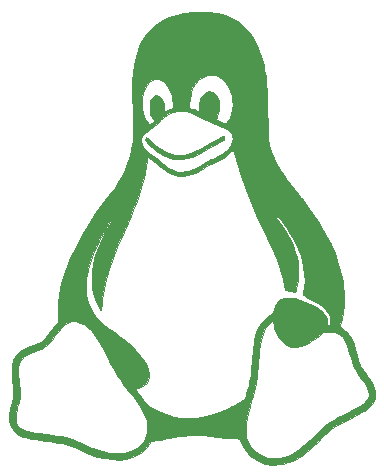
<source format=gbr>
G04 #@! TF.GenerationSoftware,KiCad,Pcbnew,(5.1.5)-3*
G04 #@! TF.CreationDate,2020-04-16T17:00:03+04:00*
G04 #@! TF.ProjectId,drawing,64726177-696e-4672-9e6b-696361645f70,rev?*
G04 #@! TF.SameCoordinates,Original*
G04 #@! TF.FileFunction,Legend,Top*
G04 #@! TF.FilePolarity,Positive*
%FSLAX46Y46*%
G04 Gerber Fmt 4.6, Leading zero omitted, Abs format (unit mm)*
G04 Created by KiCad (PCBNEW (5.1.5)-3) date 2020-04-16 17:00:03*
%MOMM*%
%LPD*%
G04 APERTURE LIST*
%ADD10C,0.010000*%
G04 APERTURE END LIST*
D10*
G36*
X110323467Y-67074493D02*
G01*
X110908213Y-67150641D01*
X111444008Y-67271753D01*
X111642401Y-67332940D01*
X112213394Y-67565667D01*
X112733303Y-67863688D01*
X113202697Y-68227708D01*
X113622142Y-68658430D01*
X113992207Y-69156559D01*
X114313458Y-69722798D01*
X114586462Y-70357850D01*
X114811788Y-71062420D01*
X114887274Y-71357914D01*
X114956094Y-71661155D01*
X115015787Y-71960313D01*
X115067117Y-72264404D01*
X115110844Y-72582445D01*
X115147730Y-72923452D01*
X115178537Y-73296441D01*
X115204025Y-73710429D01*
X115224957Y-74174432D01*
X115242094Y-74697466D01*
X115256197Y-75288548D01*
X115266273Y-75845247D01*
X115273911Y-76313556D01*
X115280772Y-76705796D01*
X115287351Y-77030554D01*
X115294143Y-77296418D01*
X115301644Y-77511975D01*
X115310347Y-77685814D01*
X115320748Y-77826521D01*
X115333342Y-77942685D01*
X115348624Y-78042893D01*
X115367089Y-78135733D01*
X115389231Y-78229792D01*
X115407995Y-78304131D01*
X115494515Y-78616895D01*
X115593171Y-78919190D01*
X115707968Y-79217651D01*
X115842910Y-79518918D01*
X116002003Y-79829628D01*
X116189252Y-80156417D01*
X116408662Y-80505924D01*
X116664238Y-80884785D01*
X116959986Y-81299639D01*
X117299910Y-81757122D01*
X117688016Y-82263873D01*
X118128309Y-82826528D01*
X118164663Y-82872580D01*
X118880991Y-83822824D01*
X119515944Y-84757367D01*
X120070813Y-85678813D01*
X120546887Y-86589770D01*
X120945457Y-87492842D01*
X121267811Y-88390637D01*
X121515239Y-89285760D01*
X121642366Y-89899914D01*
X121677831Y-90156677D01*
X121705656Y-90474757D01*
X121725217Y-90831093D01*
X121735888Y-91202626D01*
X121737046Y-91566295D01*
X121728066Y-91899043D01*
X121708323Y-92177808D01*
X121704919Y-92209004D01*
X121652005Y-92586537D01*
X121580605Y-92974973D01*
X121497717Y-93339116D01*
X121435260Y-93565162D01*
X121376341Y-93759077D01*
X121567751Y-93860620D01*
X121701304Y-93944319D01*
X121857829Y-94060812D01*
X121984883Y-94168460D01*
X122128949Y-94317712D01*
X122255966Y-94490800D01*
X122370741Y-94698494D01*
X122478076Y-94951559D01*
X122582777Y-95260763D01*
X122689649Y-95636874D01*
X122756373Y-95897359D01*
X122826018Y-96168025D01*
X122896811Y-96425834D01*
X122963709Y-96653661D01*
X123021675Y-96834386D01*
X123065668Y-96950884D01*
X123067862Y-96955692D01*
X123137716Y-97080611D01*
X123246939Y-97246572D01*
X123379655Y-97430458D01*
X123498937Y-97583414D01*
X123797117Y-97972794D01*
X124028105Y-98325879D01*
X124196175Y-98651773D01*
X124305601Y-98959580D01*
X124360659Y-99258403D01*
X124369373Y-99437423D01*
X124363151Y-99632387D01*
X124339023Y-99782608D01*
X124288730Y-99927458D01*
X124247651Y-100017580D01*
X124084677Y-100279369D01*
X123854321Y-100536131D01*
X123572940Y-100770357D01*
X123491774Y-100826513D01*
X123391762Y-100887465D01*
X123229892Y-100979629D01*
X123019660Y-101095614D01*
X122774564Y-101228031D01*
X122508098Y-101369489D01*
X122327607Y-101463941D01*
X121878583Y-101699531D01*
X121496903Y-101905000D01*
X121173385Y-102086442D01*
X120898842Y-102249950D01*
X120664090Y-102401619D01*
X120459945Y-102547542D01*
X120277221Y-102693815D01*
X120106734Y-102846531D01*
X119939299Y-103011785D01*
X119843140Y-103112398D01*
X119515130Y-103458225D01*
X119232558Y-103748189D01*
X118985785Y-103990730D01*
X118765172Y-104194289D01*
X118561079Y-104367304D01*
X118363866Y-104518217D01*
X118163896Y-104655468D01*
X117951527Y-104787496D01*
X117885660Y-104826354D01*
X117447517Y-105057077D01*
X117026569Y-105222384D01*
X116597001Y-105329791D01*
X116133002Y-105386812D01*
X115923907Y-105397469D01*
X115668564Y-105403216D01*
X115473483Y-105399776D01*
X115314580Y-105385353D01*
X115167775Y-105358154D01*
X115071850Y-105333973D01*
X114620072Y-105170938D01*
X114200063Y-104938957D01*
X113825689Y-104647279D01*
X113510818Y-104305151D01*
X113491912Y-104280282D01*
X113363225Y-104093190D01*
X113234210Y-103878914D01*
X113117350Y-103660846D01*
X113025129Y-103462378D01*
X112970030Y-103306902D01*
X112967929Y-103298414D01*
X112955178Y-103254948D01*
X112931796Y-103225151D01*
X112883480Y-103206144D01*
X112795923Y-103195049D01*
X112654818Y-103188986D01*
X112445862Y-103185079D01*
X112401318Y-103184403D01*
X112209882Y-103180533D01*
X112033668Y-103174212D01*
X111859656Y-103164153D01*
X111674825Y-103149071D01*
X111466154Y-103127680D01*
X111220624Y-103098693D01*
X110925214Y-103060825D01*
X110566904Y-103012790D01*
X110314740Y-102978339D01*
X109984320Y-102936105D01*
X109682573Y-102905603D01*
X109397398Y-102887549D01*
X109116696Y-102882659D01*
X108828363Y-102891649D01*
X108520301Y-102915234D01*
X108180408Y-102954129D01*
X107796583Y-103009050D01*
X107356724Y-103080713D01*
X106848732Y-103169834D01*
X106737574Y-103189873D01*
X106466123Y-103237932D01*
X106204013Y-103282439D01*
X105970100Y-103320333D01*
X105783239Y-103348551D01*
X105669238Y-103363320D01*
X105405236Y-103391258D01*
X105258280Y-103633173D01*
X104978634Y-104018035D01*
X104646133Y-104338027D01*
X104259407Y-104594035D01*
X103817088Y-104786946D01*
X103317809Y-104917647D01*
X103259967Y-104928157D01*
X102706883Y-104985823D01*
X102125768Y-104970279D01*
X101514503Y-104881100D01*
X100870972Y-104717857D01*
X100193054Y-104480126D01*
X99478632Y-104167480D01*
X99477407Y-104166894D01*
X99180861Y-104028167D01*
X98914146Y-103911476D01*
X98663998Y-103813360D01*
X98417155Y-103730355D01*
X98160356Y-103659001D01*
X97880338Y-103595835D01*
X97563839Y-103537395D01*
X97197596Y-103480220D01*
X96768347Y-103420847D01*
X96471740Y-103382307D01*
X95996956Y-103319639D01*
X95596775Y-103261801D01*
X95261440Y-103206401D01*
X94981196Y-103151043D01*
X94746289Y-103093333D01*
X94546961Y-103030876D01*
X94373459Y-102961278D01*
X94216026Y-102882144D01*
X94066068Y-102791831D01*
X93799799Y-102573074D01*
X93600569Y-102304138D01*
X93468324Y-101984710D01*
X93403016Y-101614473D01*
X93403166Y-101574270D01*
X93941404Y-101574270D01*
X93981091Y-101819412D01*
X94068714Y-102021696D01*
X94209419Y-102197612D01*
X94244416Y-102231114D01*
X94354344Y-102322242D01*
X94477788Y-102401608D01*
X94623419Y-102471471D01*
X94799907Y-102534091D01*
X95015922Y-102591728D01*
X95280135Y-102646641D01*
X95601217Y-102701090D01*
X95987837Y-102757334D01*
X96448666Y-102817634D01*
X96537796Y-102828797D01*
X97032356Y-102892882D01*
X97455951Y-102954228D01*
X97822061Y-103016255D01*
X98144162Y-103082386D01*
X98435733Y-103156042D01*
X98710252Y-103240643D01*
X98981198Y-103339611D01*
X99262047Y-103456367D01*
X99566278Y-103594333D01*
X99581219Y-103601322D01*
X100010733Y-103798349D01*
X100382057Y-103958698D01*
X100710489Y-104087736D01*
X101011328Y-104190829D01*
X101299873Y-104273344D01*
X101591423Y-104340648D01*
X101805740Y-104381627D01*
X102037328Y-104409462D01*
X102316639Y-104422660D01*
X102618281Y-104421944D01*
X102916863Y-104408039D01*
X103186993Y-104381666D01*
X103403281Y-104343550D01*
X103435574Y-104335211D01*
X103866450Y-104178897D01*
X104236845Y-103965878D01*
X104544525Y-103698401D01*
X104787258Y-103378715D01*
X104962812Y-103009068D01*
X105046392Y-102713099D01*
X105075750Y-102537551D01*
X113413028Y-102537551D01*
X113433495Y-102812742D01*
X113481909Y-103063840D01*
X113557696Y-103298604D01*
X113645949Y-103496597D01*
X113888948Y-103900718D01*
X114179485Y-104235310D01*
X114520374Y-104502735D01*
X114914427Y-104705353D01*
X115204240Y-104804513D01*
X115418836Y-104842813D01*
X115688655Y-104857259D01*
X115988110Y-104849253D01*
X116291612Y-104820200D01*
X116573574Y-104771502D01*
X116768230Y-104718745D01*
X117337139Y-104484477D01*
X117883444Y-104171310D01*
X118400970Y-103783403D01*
X118883540Y-103324915D01*
X118958154Y-103244117D01*
X119260820Y-102915799D01*
X119534638Y-102633154D01*
X119791989Y-102387060D01*
X120045255Y-102168394D01*
X120306816Y-101968035D01*
X120589055Y-101776861D01*
X120904352Y-101585750D01*
X121265088Y-101385579D01*
X121683646Y-101167227D01*
X121980974Y-101017038D01*
X122420300Y-100792245D01*
X122786950Y-100593205D01*
X123087242Y-100415198D01*
X123327491Y-100253504D01*
X123514015Y-100103403D01*
X123653131Y-99960176D01*
X123751155Y-99819103D01*
X123814404Y-99675462D01*
X123825460Y-99638827D01*
X123845706Y-99414337D01*
X123794968Y-99148619D01*
X123674532Y-98844553D01*
X123485683Y-98505018D01*
X123229709Y-98132892D01*
X123049092Y-97900914D01*
X122816570Y-97593032D01*
X122637392Y-97302174D01*
X122498083Y-97000650D01*
X122385166Y-96660772D01*
X122317630Y-96398080D01*
X122213468Y-95968704D01*
X122119493Y-95613501D01*
X122031774Y-95323162D01*
X121946379Y-95088378D01*
X121859376Y-94899843D01*
X121766835Y-94748246D01*
X121664824Y-94624279D01*
X121549410Y-94518634D01*
X121511237Y-94488860D01*
X121324457Y-94363013D01*
X121137694Y-94274333D01*
X120928072Y-94215756D01*
X120672712Y-94180216D01*
X120465032Y-94165795D01*
X120010824Y-94142506D01*
X119717964Y-94418776D01*
X119378112Y-94700664D01*
X118987015Y-94960455D01*
X118578086Y-95177103D01*
X118379609Y-95261802D01*
X118032316Y-95366873D01*
X117679369Y-95418604D01*
X117341970Y-95415852D01*
X117041318Y-95357471D01*
X116982552Y-95337177D01*
X116718754Y-95195189D01*
X116471434Y-94980263D01*
X116249035Y-94703742D01*
X116060005Y-94376975D01*
X115912787Y-94011306D01*
X115860596Y-93829845D01*
X115820279Y-93653053D01*
X115790445Y-93490282D01*
X115776715Y-93372870D01*
X115776390Y-93360664D01*
X115764981Y-93267001D01*
X115738065Y-93223470D01*
X115734993Y-93223080D01*
X115660081Y-93254235D01*
X115550265Y-93337160D01*
X115421643Y-93456044D01*
X115290314Y-93595079D01*
X115172379Y-93738455D01*
X115094778Y-93851781D01*
X114975878Y-94071022D01*
X114872150Y-94311513D01*
X114781965Y-94581427D01*
X114703697Y-94888934D01*
X114635718Y-95242206D01*
X114576401Y-95649416D01*
X114524119Y-96118734D01*
X114477244Y-96658333D01*
X114444414Y-97117747D01*
X114420118Y-97454681D01*
X114393204Y-97752305D01*
X114360774Y-98025927D01*
X114319934Y-98290855D01*
X114267787Y-98562397D01*
X114201437Y-98855860D01*
X114117989Y-99186553D01*
X114014547Y-99569784D01*
X113909366Y-99946044D01*
X113750059Y-100528699D01*
X113622152Y-101040715D01*
X113525071Y-101489851D01*
X113458241Y-101883864D01*
X113421085Y-102230511D01*
X113413028Y-102537551D01*
X105075750Y-102537551D01*
X105090074Y-102451907D01*
X105105823Y-102198386D01*
X105090639Y-101945789D01*
X105041518Y-101687366D01*
X104955461Y-101416371D01*
X104829465Y-101126054D01*
X104660528Y-100809667D01*
X104445650Y-100460462D01*
X104181828Y-100071691D01*
X103866062Y-99636605D01*
X103495349Y-99148456D01*
X103414386Y-99043914D01*
X103153223Y-98706188D01*
X102935895Y-98420232D01*
X102753369Y-98171687D01*
X102596612Y-97946192D01*
X102456588Y-97729387D01*
X102324266Y-97506913D01*
X102190611Y-97264408D01*
X102046588Y-96987513D01*
X101883165Y-96661867D01*
X101763240Y-96419247D01*
X101504491Y-95904244D01*
X101270145Y-95460348D01*
X101055150Y-95079288D01*
X100854456Y-94752794D01*
X100663009Y-94472596D01*
X100475758Y-94230422D01*
X100312894Y-94044828D01*
X100011343Y-93752734D01*
X99718682Y-93535737D01*
X99424126Y-93386584D01*
X99246760Y-93327923D01*
X98980424Y-93276128D01*
X98733413Y-93274351D01*
X98498355Y-93326886D01*
X98267875Y-93438025D01*
X98034601Y-93612059D01*
X97791160Y-93853281D01*
X97530178Y-94165983D01*
X97317959Y-94450747D01*
X97045892Y-94811243D01*
X96800796Y-95096661D01*
X96579061Y-95310874D01*
X96381723Y-95454988D01*
X96255193Y-95521670D01*
X96071993Y-95606502D01*
X95855234Y-95699283D01*
X95628024Y-95789809D01*
X95594001Y-95802740D01*
X95378776Y-95885286D01*
X95181112Y-95963504D01*
X95020070Y-96029684D01*
X94914710Y-96076117D01*
X94899546Y-96083611D01*
X94687661Y-96228187D01*
X94485419Y-96428139D01*
X94318509Y-96655713D01*
X94249609Y-96785850D01*
X94193013Y-96922775D01*
X94158572Y-97044092D01*
X94141325Y-97179059D01*
X94136309Y-97356932D01*
X94136661Y-97451936D01*
X94144993Y-97658029D01*
X94165041Y-97914095D01*
X94193748Y-98186740D01*
X94226165Y-98430080D01*
X94259631Y-98681081D01*
X94286977Y-98940777D01*
X94305366Y-99178360D01*
X94311961Y-99361414D01*
X94310118Y-99506187D01*
X94302542Y-99633108D01*
X94285860Y-99759257D01*
X94256699Y-99901712D01*
X94211686Y-100077555D01*
X94147449Y-100303863D01*
X94082074Y-100525580D01*
X94024731Y-100753154D01*
X93976762Y-101006132D01*
X93947107Y-101236148D01*
X93944510Y-101269781D01*
X93941404Y-101574270D01*
X93403166Y-101574270D01*
X93404594Y-101193113D01*
X93473007Y-100720316D01*
X93608204Y-100195766D01*
X93635210Y-100109571D01*
X93698363Y-99886621D01*
X93739608Y-99670158D01*
X93759319Y-99443564D01*
X93757873Y-99190220D01*
X93735643Y-98893507D01*
X93693003Y-98536807D01*
X93673794Y-98398002D01*
X93623821Y-97981485D01*
X93600937Y-97616660D01*
X93602091Y-97306668D01*
X93612427Y-97087990D01*
X93628384Y-96927597D01*
X93655239Y-96799107D01*
X93698271Y-96676140D01*
X93752791Y-96553515D01*
X93912712Y-96261171D01*
X94102023Y-96015615D01*
X94333182Y-95806412D01*
X94618647Y-95623129D01*
X94970876Y-95455329D01*
X95148864Y-95384231D01*
X95525553Y-95235597D01*
X95827294Y-95105318D01*
X96061030Y-94990242D01*
X96210788Y-94902443D01*
X96283634Y-94837857D01*
X96394155Y-94718423D01*
X96530481Y-94557947D01*
X96680743Y-94370238D01*
X96781077Y-94239080D01*
X96938022Y-94032536D01*
X97091405Y-93835134D01*
X97228199Y-93663325D01*
X97335380Y-93533559D01*
X97379194Y-93483660D01*
X97548237Y-93299740D01*
X97552506Y-92298327D01*
X97554756Y-91965244D01*
X97559186Y-91699529D01*
X97567074Y-91483885D01*
X97579702Y-91301018D01*
X97598351Y-91133632D01*
X97624300Y-90964432D01*
X97658830Y-90776123D01*
X97669122Y-90723174D01*
X97739892Y-90425290D01*
X99895384Y-90425290D01*
X99895392Y-90429080D01*
X99899181Y-90699702D01*
X99911354Y-90915041D01*
X99935121Y-91104323D01*
X99973694Y-91296774D01*
X100004675Y-91423553D01*
X100133380Y-91848822D01*
X100295485Y-92234247D01*
X100498580Y-92589440D01*
X100750257Y-92924014D01*
X101058106Y-93247581D01*
X101429718Y-93569752D01*
X101872683Y-93900139D01*
X102064717Y-94032146D01*
X102729350Y-94500708D01*
X103312956Y-94956219D01*
X103817786Y-95400924D01*
X104246087Y-95837064D01*
X104600107Y-96266884D01*
X104882095Y-96692625D01*
X105045521Y-97005949D01*
X105181564Y-97368772D01*
X105245510Y-97705513D01*
X105239609Y-98010854D01*
X105166110Y-98279478D01*
X105027263Y-98506067D01*
X104825317Y-98685305D01*
X104562521Y-98811873D01*
X104253123Y-98879117D01*
X104012339Y-98906785D01*
X104320265Y-99314016D01*
X104467363Y-99511991D01*
X104619828Y-99722905D01*
X104756462Y-99917168D01*
X104831264Y-100027292D01*
X104960095Y-100206736D01*
X105084780Y-100339519D01*
X105236385Y-100455977D01*
X105335621Y-100519814D01*
X105982962Y-100872584D01*
X106653230Y-101144608D01*
X107343129Y-101335124D01*
X108049360Y-101443368D01*
X108768625Y-101468577D01*
X109291749Y-101434987D01*
X110024347Y-101321982D01*
X110740787Y-101137354D01*
X111453679Y-100877295D01*
X112050407Y-100602092D01*
X112295426Y-100474567D01*
X112547469Y-100336163D01*
X112781579Y-100201041D01*
X112972803Y-100083363D01*
X113024074Y-100049532D01*
X113186119Y-99938497D01*
X113293332Y-99856689D01*
X113361003Y-99785883D01*
X113404421Y-99707858D01*
X113438875Y-99604389D01*
X113459349Y-99530747D01*
X113573599Y-99106618D01*
X113665561Y-98743903D01*
X113738454Y-98423282D01*
X113795496Y-98125436D01*
X113839906Y-97831045D01*
X113874904Y-97520789D01*
X113903706Y-97175350D01*
X113929533Y-96775406D01*
X113935415Y-96673247D01*
X113962248Y-96307154D01*
X114001373Y-95919477D01*
X114049927Y-95530887D01*
X114105043Y-95162058D01*
X114163859Y-94833660D01*
X114223508Y-94566367D01*
X114231651Y-94535414D01*
X114396950Y-94038810D01*
X114606962Y-93607912D01*
X114859922Y-93245271D01*
X115154065Y-92953438D01*
X115471500Y-92743337D01*
X115760129Y-92591667D01*
X115808645Y-92330788D01*
X115906739Y-91989267D01*
X116062316Y-91708850D01*
X116274714Y-91490538D01*
X116431907Y-91388286D01*
X116516437Y-91348333D01*
X116606651Y-91321976D01*
X116722268Y-91306598D01*
X116883008Y-91299578D01*
X117108589Y-91298296D01*
X117109240Y-91298298D01*
X117338830Y-91301030D01*
X117512231Y-91310688D01*
X117657884Y-91331648D01*
X117804230Y-91368289D01*
X117979708Y-91424985D01*
X118018026Y-91438157D01*
X118465472Y-91608966D01*
X118883249Y-91800143D01*
X119262723Y-92005998D01*
X119595256Y-92220842D01*
X119872212Y-92438983D01*
X120084954Y-92654731D01*
X120224847Y-92862395D01*
X120244441Y-92905116D01*
X120277142Y-93026817D01*
X120299269Y-93192301D01*
X120305407Y-93327554D01*
X120305407Y-93604080D01*
X120429813Y-93604080D01*
X120507062Y-93596725D01*
X120549071Y-93559691D01*
X120573622Y-93470519D01*
X120583281Y-93410279D01*
X120593579Y-93107684D01*
X120530826Y-92815243D01*
X120393276Y-92530926D01*
X120179184Y-92252700D01*
X119886801Y-91978534D01*
X119514382Y-91706397D01*
X119060179Y-91434257D01*
X118739894Y-91266221D01*
X118565476Y-91178993D01*
X118421652Y-91107511D01*
X118323544Y-91059259D01*
X118286329Y-91041725D01*
X118289689Y-91004334D01*
X118308039Y-90912166D01*
X118317003Y-90872392D01*
X118396719Y-90377359D01*
X118421110Y-89834780D01*
X118391751Y-89259803D01*
X118310218Y-88667574D01*
X118178086Y-88073244D01*
X117996933Y-87491959D01*
X117952971Y-87373388D01*
X117748214Y-86891886D01*
X117493450Y-86381273D01*
X117203178Y-85867276D01*
X116891897Y-85375623D01*
X116585518Y-84946914D01*
X116468928Y-84802286D01*
X116329463Y-84641166D01*
X116178378Y-84475144D01*
X116026927Y-84315812D01*
X115886365Y-84174759D01*
X115767947Y-84063577D01*
X115682926Y-83993857D01*
X115643334Y-83976588D01*
X115627508Y-84017167D01*
X115660598Y-84094326D01*
X115746379Y-84213556D01*
X115888624Y-84380347D01*
X116019388Y-84523580D01*
X116418730Y-85004175D01*
X116788479Y-85549972D01*
X117119873Y-86144108D01*
X117404152Y-86769724D01*
X117632558Y-87409956D01*
X117756887Y-87867914D01*
X117819917Y-88213766D01*
X117859371Y-88598925D01*
X117875862Y-89005283D01*
X117870005Y-89414733D01*
X117842414Y-89809168D01*
X117793702Y-90170480D01*
X117724483Y-90480563D01*
X117662144Y-90662292D01*
X117607288Y-90793581D01*
X117188931Y-90724789D01*
X116770574Y-90655996D01*
X116681707Y-90235621D01*
X116554902Y-89685139D01*
X116408216Y-89145500D01*
X116237124Y-88604562D01*
X116037101Y-88050178D01*
X115803621Y-87470204D01*
X115532158Y-86852495D01*
X115218187Y-86184906D01*
X115026493Y-85793580D01*
X114294662Y-84228788D01*
X113626723Y-82616976D01*
X113028157Y-80972418D01*
X112504446Y-79309386D01*
X112411980Y-78985829D01*
X112342824Y-78739744D01*
X112115379Y-78970851D01*
X111882198Y-79187395D01*
X111635512Y-79371631D01*
X111355600Y-79535738D01*
X111022736Y-79691895D01*
X110801574Y-79782085D01*
X110659239Y-79846288D01*
X110466986Y-79944938D01*
X110246026Y-80066560D01*
X110017575Y-80199681D01*
X109921722Y-80257970D01*
X109494193Y-80506357D01*
X109109981Y-80694873D01*
X108756722Y-80827432D01*
X108422058Y-80907946D01*
X108093625Y-80940331D01*
X107793870Y-80931621D01*
X107473503Y-80887318D01*
X107179110Y-80806087D01*
X106895247Y-80680297D01*
X106606471Y-80502321D01*
X106297341Y-80264529D01*
X106102574Y-80096144D01*
X105943713Y-79960122D01*
X105766842Y-79818146D01*
X105586210Y-79680559D01*
X105416065Y-79557702D01*
X105270659Y-79459917D01*
X105164240Y-79397546D01*
X105115926Y-79380080D01*
X105095284Y-79419020D01*
X105074024Y-79522495D01*
X105055939Y-79670488D01*
X105051891Y-79718089D01*
X105004114Y-80124202D01*
X104920212Y-80592334D01*
X104803540Y-81109602D01*
X104657453Y-81663128D01*
X104485308Y-82240030D01*
X104290460Y-82827429D01*
X104117730Y-83303574D01*
X104008481Y-83591026D01*
X103903660Y-83861850D01*
X103799191Y-84125643D01*
X103690998Y-84392000D01*
X103575005Y-84670516D01*
X103447136Y-84970788D01*
X103303316Y-85302411D01*
X103139468Y-85674981D01*
X102951518Y-86098093D01*
X102735388Y-86581344D01*
X102551885Y-86990046D01*
X102157012Y-87928365D01*
X101833202Y-88830185D01*
X101578663Y-89702141D01*
X101391600Y-90550864D01*
X101270222Y-91382988D01*
X101227466Y-91888559D01*
X101213390Y-92071182D01*
X101196583Y-92217564D01*
X101179398Y-92310262D01*
X101167372Y-92334080D01*
X101130500Y-92300571D01*
X101065504Y-92212757D01*
X100987087Y-92090664D01*
X100731669Y-91603872D01*
X100547909Y-91099967D01*
X100431413Y-90563999D01*
X100379556Y-90022967D01*
X100375589Y-89519866D01*
X100412090Y-89024035D01*
X100491859Y-88524871D01*
X100617694Y-88011768D01*
X100792396Y-87474121D01*
X101018763Y-86901326D01*
X101299597Y-86282777D01*
X101445784Y-85984080D01*
X101626660Y-85617790D01*
X101778019Y-85303014D01*
X101897863Y-85044213D01*
X101984190Y-84845849D01*
X102035000Y-84712384D01*
X102048294Y-84648280D01*
X102046395Y-84644291D01*
X102015585Y-84667750D01*
X101952291Y-84757340D01*
X101861717Y-84903372D01*
X101749065Y-85096162D01*
X101619537Y-85326021D01*
X101478336Y-85583263D01*
X101330663Y-85858200D01*
X101181722Y-86141146D01*
X101036715Y-86422414D01*
X100900843Y-86692317D01*
X100779310Y-86941168D01*
X100677318Y-87159279D01*
X100600069Y-87336965D01*
X100599340Y-87338747D01*
X100406844Y-87842700D01*
X100235807Y-88355835D01*
X100092912Y-88855589D01*
X99984843Y-89319397D01*
X99941037Y-89561247D01*
X99922997Y-89720627D01*
X99908388Y-89936516D01*
X99898690Y-90180782D01*
X99895384Y-90425290D01*
X97739892Y-90425290D01*
X97886240Y-89809287D01*
X98183693Y-88875402D01*
X98561752Y-87920860D01*
X99020688Y-86944999D01*
X99560772Y-85947160D01*
X99779045Y-85575887D01*
X100250152Y-84820523D01*
X100759783Y-84057312D01*
X101289601Y-83312532D01*
X101821267Y-82612462D01*
X102026191Y-82355952D01*
X102333294Y-81942958D01*
X102636717Y-81470848D01*
X102922790Y-80964583D01*
X103177844Y-80449122D01*
X103388208Y-79949425D01*
X103470546Y-79718747D01*
X103598224Y-79287488D01*
X103713878Y-78804705D01*
X103810416Y-78303400D01*
X103854797Y-77996193D01*
X104574056Y-77996193D01*
X104630848Y-78249881D01*
X104767831Y-78510307D01*
X104983215Y-78774707D01*
X105275209Y-79040315D01*
X105576522Y-79261090D01*
X105752258Y-79386320D01*
X105963421Y-79547712D01*
X106183076Y-79724158D01*
X106378655Y-79889624D01*
X106649141Y-80116233D01*
X106881242Y-80286982D01*
X107090448Y-80411327D01*
X107292249Y-80498724D01*
X107457240Y-80548013D01*
X107730814Y-80591030D01*
X108042246Y-80600352D01*
X108351782Y-80576122D01*
X108525839Y-80544187D01*
X108753240Y-80479242D01*
X108989477Y-80387177D01*
X109249335Y-80260931D01*
X109547602Y-80093443D01*
X109827907Y-79922446D01*
X110042395Y-79793289D01*
X110261879Y-79669938D01*
X110462049Y-79565533D01*
X110618596Y-79493212D01*
X110632240Y-79487728D01*
X111059950Y-79295527D01*
X111433565Y-79078939D01*
X111748698Y-78842949D01*
X112000965Y-78592538D01*
X112185980Y-78332689D01*
X112299359Y-78068385D01*
X112336714Y-77804608D01*
X112305873Y-77586149D01*
X112249447Y-77431284D01*
X112167065Y-77293021D01*
X112050402Y-77165605D01*
X111891136Y-77043280D01*
X111680945Y-76920290D01*
X111411506Y-76790880D01*
X111074497Y-76649293D01*
X110791771Y-76539032D01*
X110541555Y-76439230D01*
X110293744Y-76332664D01*
X110070363Y-76229333D01*
X109893440Y-76139236D01*
X109827907Y-76101428D01*
X109417409Y-75864289D01*
X109046985Y-75687227D01*
X108702474Y-75565303D01*
X108369712Y-75493580D01*
X108034537Y-75467120D01*
X108007574Y-75466814D01*
X107611046Y-75495543D01*
X107237967Y-75590256D01*
X106878279Y-75755425D01*
X106521928Y-75995520D01*
X106209430Y-76266322D01*
X106074262Y-76387975D01*
X105891716Y-76542821D01*
X105682510Y-76713744D01*
X105467365Y-76883626D01*
X105392885Y-76940900D01*
X105149775Y-77128043D01*
X104965734Y-77275164D01*
X104831289Y-77391945D01*
X104736967Y-77488068D01*
X104673295Y-77573213D01*
X104630799Y-77657064D01*
X104600008Y-77749300D01*
X104599247Y-77752009D01*
X104574056Y-77996193D01*
X103854797Y-77996193D01*
X103880747Y-77816570D01*
X103882462Y-77801807D01*
X103901742Y-77556576D01*
X103912519Y-77236364D01*
X103914936Y-76850417D01*
X103909134Y-76407976D01*
X103895255Y-75918287D01*
X103873441Y-75390593D01*
X103845279Y-74861283D01*
X104629972Y-74861283D01*
X104647814Y-75165544D01*
X104686745Y-75427953D01*
X104700304Y-75485414D01*
X104762882Y-75688249D01*
X104844977Y-75900947D01*
X104938758Y-76108469D01*
X105036398Y-76295780D01*
X105130065Y-76447841D01*
X105211932Y-76549617D01*
X105273407Y-76586080D01*
X105323965Y-76561744D01*
X105414451Y-76499745D01*
X105472336Y-76455411D01*
X105570694Y-76376696D01*
X105638098Y-76321599D01*
X105653779Y-76308011D01*
X105642153Y-76266750D01*
X105593386Y-76181383D01*
X105560488Y-76131764D01*
X105429926Y-75911243D01*
X105346135Y-75684588D01*
X105299486Y-75421468D01*
X105287348Y-75271411D01*
X105293609Y-74905315D01*
X105358105Y-74597924D01*
X105480452Y-74350769D01*
X105536587Y-74279102D01*
X105679511Y-74164441D01*
X105831097Y-74126369D01*
X105984253Y-74158291D01*
X106131885Y-74253607D01*
X106266901Y-74405722D01*
X106382208Y-74608037D01*
X106470712Y-74853954D01*
X106525321Y-75136876D01*
X106532233Y-75205212D01*
X106546435Y-75358117D01*
X106559427Y-75471822D01*
X106568810Y-75525884D01*
X106570108Y-75527747D01*
X106610449Y-75510578D01*
X106705620Y-75465675D01*
X106828479Y-75405955D01*
X106974863Y-75336836D01*
X107104728Y-75280374D01*
X107177593Y-75252999D01*
X107224060Y-75235545D01*
X107252368Y-75206664D01*
X107265427Y-75149444D01*
X107266145Y-75046972D01*
X107257432Y-74882334D01*
X107253135Y-74813874D01*
X107250536Y-74788184D01*
X108663740Y-74788184D01*
X108663740Y-75220410D01*
X108864824Y-75274900D01*
X109025235Y-75326201D01*
X109182088Y-75388281D01*
X109222970Y-75407401D01*
X109331953Y-75456603D01*
X109411105Y-75483629D01*
X109424054Y-75485414D01*
X109447901Y-75445811D01*
X109463347Y-75337498D01*
X109468074Y-75197974D01*
X109492537Y-74868176D01*
X109561534Y-74571520D01*
X109668478Y-74314342D01*
X109806779Y-74102979D01*
X109969849Y-73943767D01*
X110151099Y-73843042D01*
X110343942Y-73807141D01*
X110541788Y-73842401D01*
X110738050Y-73955158D01*
X110750137Y-73964942D01*
X110913863Y-74150448D01*
X111039771Y-74395828D01*
X111125531Y-74684084D01*
X111168813Y-74998221D01*
X111167288Y-75321242D01*
X111118626Y-75636151D01*
X111020496Y-75925951D01*
X111019287Y-75928600D01*
X110965531Y-76053967D01*
X110931048Y-76149736D01*
X110923898Y-76183914D01*
X110961441Y-76216340D01*
X111058597Y-76268439D01*
X111195119Y-76331756D01*
X111350763Y-76397837D01*
X111505283Y-76458227D01*
X111638434Y-76504472D01*
X111729970Y-76528115D01*
X111750933Y-76529295D01*
X111798320Y-76491102D01*
X111869818Y-76395855D01*
X111951777Y-76262279D01*
X111971126Y-76227266D01*
X112155205Y-75812654D01*
X112266453Y-75377670D01*
X112308818Y-74906108D01*
X112309475Y-74839005D01*
X112305332Y-74631355D01*
X112293830Y-74433045D01*
X112277012Y-74273829D01*
X112266631Y-74215414D01*
X112127151Y-73751456D01*
X111933944Y-73344764D01*
X111689811Y-72999417D01*
X111397552Y-72719494D01*
X111114112Y-72536429D01*
X110995417Y-72478758D01*
X110889206Y-72443183D01*
X110768263Y-72424552D01*
X110605375Y-72417709D01*
X110484074Y-72417107D01*
X110217358Y-72429281D01*
X109998750Y-72471894D01*
X109803833Y-72555090D01*
X109608195Y-72689015D01*
X109408253Y-72864187D01*
X109128841Y-73183601D01*
X108913255Y-73556056D01*
X108763253Y-73977011D01*
X108680593Y-74441921D01*
X108663740Y-74788184D01*
X107250536Y-74788184D01*
X107215152Y-74438437D01*
X107148121Y-74114552D01*
X107044344Y-73811838D01*
X106943429Y-73591696D01*
X106789694Y-73338436D01*
X106601790Y-73113320D01*
X106397785Y-72935272D01*
X106218347Y-72832161D01*
X105962996Y-72766956D01*
X105711942Y-72781582D01*
X105471398Y-72871224D01*
X105247573Y-73031069D01*
X105046678Y-73256302D01*
X104874924Y-73542109D01*
X104738523Y-73883676D01*
X104702508Y-74007132D01*
X104657364Y-74251102D01*
X104633170Y-74546144D01*
X104629972Y-74861283D01*
X103845279Y-74861283D01*
X103843834Y-74834137D01*
X103834580Y-74681080D01*
X103803349Y-73840058D01*
X103815458Y-73037044D01*
X103869989Y-72277597D01*
X103966024Y-71567281D01*
X104102645Y-70911654D01*
X104278933Y-70316278D01*
X104493971Y-69786713D01*
X104708099Y-69389943D01*
X105059724Y-68888192D01*
X105457997Y-68449873D01*
X105905615Y-68073553D01*
X106405272Y-67757794D01*
X106959665Y-67501162D01*
X107571490Y-67302223D01*
X108243442Y-67159540D01*
X108978217Y-67071679D01*
X109076444Y-67064351D01*
X109707101Y-67045126D01*
X110323467Y-67074493D01*
G37*
X110323467Y-67074493D02*
X110908213Y-67150641D01*
X111444008Y-67271753D01*
X111642401Y-67332940D01*
X112213394Y-67565667D01*
X112733303Y-67863688D01*
X113202697Y-68227708D01*
X113622142Y-68658430D01*
X113992207Y-69156559D01*
X114313458Y-69722798D01*
X114586462Y-70357850D01*
X114811788Y-71062420D01*
X114887274Y-71357914D01*
X114956094Y-71661155D01*
X115015787Y-71960313D01*
X115067117Y-72264404D01*
X115110844Y-72582445D01*
X115147730Y-72923452D01*
X115178537Y-73296441D01*
X115204025Y-73710429D01*
X115224957Y-74174432D01*
X115242094Y-74697466D01*
X115256197Y-75288548D01*
X115266273Y-75845247D01*
X115273911Y-76313556D01*
X115280772Y-76705796D01*
X115287351Y-77030554D01*
X115294143Y-77296418D01*
X115301644Y-77511975D01*
X115310347Y-77685814D01*
X115320748Y-77826521D01*
X115333342Y-77942685D01*
X115348624Y-78042893D01*
X115367089Y-78135733D01*
X115389231Y-78229792D01*
X115407995Y-78304131D01*
X115494515Y-78616895D01*
X115593171Y-78919190D01*
X115707968Y-79217651D01*
X115842910Y-79518918D01*
X116002003Y-79829628D01*
X116189252Y-80156417D01*
X116408662Y-80505924D01*
X116664238Y-80884785D01*
X116959986Y-81299639D01*
X117299910Y-81757122D01*
X117688016Y-82263873D01*
X118128309Y-82826528D01*
X118164663Y-82872580D01*
X118880991Y-83822824D01*
X119515944Y-84757367D01*
X120070813Y-85678813D01*
X120546887Y-86589770D01*
X120945457Y-87492842D01*
X121267811Y-88390637D01*
X121515239Y-89285760D01*
X121642366Y-89899914D01*
X121677831Y-90156677D01*
X121705656Y-90474757D01*
X121725217Y-90831093D01*
X121735888Y-91202626D01*
X121737046Y-91566295D01*
X121728066Y-91899043D01*
X121708323Y-92177808D01*
X121704919Y-92209004D01*
X121652005Y-92586537D01*
X121580605Y-92974973D01*
X121497717Y-93339116D01*
X121435260Y-93565162D01*
X121376341Y-93759077D01*
X121567751Y-93860620D01*
X121701304Y-93944319D01*
X121857829Y-94060812D01*
X121984883Y-94168460D01*
X122128949Y-94317712D01*
X122255966Y-94490800D01*
X122370741Y-94698494D01*
X122478076Y-94951559D01*
X122582777Y-95260763D01*
X122689649Y-95636874D01*
X122756373Y-95897359D01*
X122826018Y-96168025D01*
X122896811Y-96425834D01*
X122963709Y-96653661D01*
X123021675Y-96834386D01*
X123065668Y-96950884D01*
X123067862Y-96955692D01*
X123137716Y-97080611D01*
X123246939Y-97246572D01*
X123379655Y-97430458D01*
X123498937Y-97583414D01*
X123797117Y-97972794D01*
X124028105Y-98325879D01*
X124196175Y-98651773D01*
X124305601Y-98959580D01*
X124360659Y-99258403D01*
X124369373Y-99437423D01*
X124363151Y-99632387D01*
X124339023Y-99782608D01*
X124288730Y-99927458D01*
X124247651Y-100017580D01*
X124084677Y-100279369D01*
X123854321Y-100536131D01*
X123572940Y-100770357D01*
X123491774Y-100826513D01*
X123391762Y-100887465D01*
X123229892Y-100979629D01*
X123019660Y-101095614D01*
X122774564Y-101228031D01*
X122508098Y-101369489D01*
X122327607Y-101463941D01*
X121878583Y-101699531D01*
X121496903Y-101905000D01*
X121173385Y-102086442D01*
X120898842Y-102249950D01*
X120664090Y-102401619D01*
X120459945Y-102547542D01*
X120277221Y-102693815D01*
X120106734Y-102846531D01*
X119939299Y-103011785D01*
X119843140Y-103112398D01*
X119515130Y-103458225D01*
X119232558Y-103748189D01*
X118985785Y-103990730D01*
X118765172Y-104194289D01*
X118561079Y-104367304D01*
X118363866Y-104518217D01*
X118163896Y-104655468D01*
X117951527Y-104787496D01*
X117885660Y-104826354D01*
X117447517Y-105057077D01*
X117026569Y-105222384D01*
X116597001Y-105329791D01*
X116133002Y-105386812D01*
X115923907Y-105397469D01*
X115668564Y-105403216D01*
X115473483Y-105399776D01*
X115314580Y-105385353D01*
X115167775Y-105358154D01*
X115071850Y-105333973D01*
X114620072Y-105170938D01*
X114200063Y-104938957D01*
X113825689Y-104647279D01*
X113510818Y-104305151D01*
X113491912Y-104280282D01*
X113363225Y-104093190D01*
X113234210Y-103878914D01*
X113117350Y-103660846D01*
X113025129Y-103462378D01*
X112970030Y-103306902D01*
X112967929Y-103298414D01*
X112955178Y-103254948D01*
X112931796Y-103225151D01*
X112883480Y-103206144D01*
X112795923Y-103195049D01*
X112654818Y-103188986D01*
X112445862Y-103185079D01*
X112401318Y-103184403D01*
X112209882Y-103180533D01*
X112033668Y-103174212D01*
X111859656Y-103164153D01*
X111674825Y-103149071D01*
X111466154Y-103127680D01*
X111220624Y-103098693D01*
X110925214Y-103060825D01*
X110566904Y-103012790D01*
X110314740Y-102978339D01*
X109984320Y-102936105D01*
X109682573Y-102905603D01*
X109397398Y-102887549D01*
X109116696Y-102882659D01*
X108828363Y-102891649D01*
X108520301Y-102915234D01*
X108180408Y-102954129D01*
X107796583Y-103009050D01*
X107356724Y-103080713D01*
X106848732Y-103169834D01*
X106737574Y-103189873D01*
X106466123Y-103237932D01*
X106204013Y-103282439D01*
X105970100Y-103320333D01*
X105783239Y-103348551D01*
X105669238Y-103363320D01*
X105405236Y-103391258D01*
X105258280Y-103633173D01*
X104978634Y-104018035D01*
X104646133Y-104338027D01*
X104259407Y-104594035D01*
X103817088Y-104786946D01*
X103317809Y-104917647D01*
X103259967Y-104928157D01*
X102706883Y-104985823D01*
X102125768Y-104970279D01*
X101514503Y-104881100D01*
X100870972Y-104717857D01*
X100193054Y-104480126D01*
X99478632Y-104167480D01*
X99477407Y-104166894D01*
X99180861Y-104028167D01*
X98914146Y-103911476D01*
X98663998Y-103813360D01*
X98417155Y-103730355D01*
X98160356Y-103659001D01*
X97880338Y-103595835D01*
X97563839Y-103537395D01*
X97197596Y-103480220D01*
X96768347Y-103420847D01*
X96471740Y-103382307D01*
X95996956Y-103319639D01*
X95596775Y-103261801D01*
X95261440Y-103206401D01*
X94981196Y-103151043D01*
X94746289Y-103093333D01*
X94546961Y-103030876D01*
X94373459Y-102961278D01*
X94216026Y-102882144D01*
X94066068Y-102791831D01*
X93799799Y-102573074D01*
X93600569Y-102304138D01*
X93468324Y-101984710D01*
X93403016Y-101614473D01*
X93403166Y-101574270D01*
X93941404Y-101574270D01*
X93981091Y-101819412D01*
X94068714Y-102021696D01*
X94209419Y-102197612D01*
X94244416Y-102231114D01*
X94354344Y-102322242D01*
X94477788Y-102401608D01*
X94623419Y-102471471D01*
X94799907Y-102534091D01*
X95015922Y-102591728D01*
X95280135Y-102646641D01*
X95601217Y-102701090D01*
X95987837Y-102757334D01*
X96448666Y-102817634D01*
X96537796Y-102828797D01*
X97032356Y-102892882D01*
X97455951Y-102954228D01*
X97822061Y-103016255D01*
X98144162Y-103082386D01*
X98435733Y-103156042D01*
X98710252Y-103240643D01*
X98981198Y-103339611D01*
X99262047Y-103456367D01*
X99566278Y-103594333D01*
X99581219Y-103601322D01*
X100010733Y-103798349D01*
X100382057Y-103958698D01*
X100710489Y-104087736D01*
X101011328Y-104190829D01*
X101299873Y-104273344D01*
X101591423Y-104340648D01*
X101805740Y-104381627D01*
X102037328Y-104409462D01*
X102316639Y-104422660D01*
X102618281Y-104421944D01*
X102916863Y-104408039D01*
X103186993Y-104381666D01*
X103403281Y-104343550D01*
X103435574Y-104335211D01*
X103866450Y-104178897D01*
X104236845Y-103965878D01*
X104544525Y-103698401D01*
X104787258Y-103378715D01*
X104962812Y-103009068D01*
X105046392Y-102713099D01*
X105075750Y-102537551D01*
X113413028Y-102537551D01*
X113433495Y-102812742D01*
X113481909Y-103063840D01*
X113557696Y-103298604D01*
X113645949Y-103496597D01*
X113888948Y-103900718D01*
X114179485Y-104235310D01*
X114520374Y-104502735D01*
X114914427Y-104705353D01*
X115204240Y-104804513D01*
X115418836Y-104842813D01*
X115688655Y-104857259D01*
X115988110Y-104849253D01*
X116291612Y-104820200D01*
X116573574Y-104771502D01*
X116768230Y-104718745D01*
X117337139Y-104484477D01*
X117883444Y-104171310D01*
X118400970Y-103783403D01*
X118883540Y-103324915D01*
X118958154Y-103244117D01*
X119260820Y-102915799D01*
X119534638Y-102633154D01*
X119791989Y-102387060D01*
X120045255Y-102168394D01*
X120306816Y-101968035D01*
X120589055Y-101776861D01*
X120904352Y-101585750D01*
X121265088Y-101385579D01*
X121683646Y-101167227D01*
X121980974Y-101017038D01*
X122420300Y-100792245D01*
X122786950Y-100593205D01*
X123087242Y-100415198D01*
X123327491Y-100253504D01*
X123514015Y-100103403D01*
X123653131Y-99960176D01*
X123751155Y-99819103D01*
X123814404Y-99675462D01*
X123825460Y-99638827D01*
X123845706Y-99414337D01*
X123794968Y-99148619D01*
X123674532Y-98844553D01*
X123485683Y-98505018D01*
X123229709Y-98132892D01*
X123049092Y-97900914D01*
X122816570Y-97593032D01*
X122637392Y-97302174D01*
X122498083Y-97000650D01*
X122385166Y-96660772D01*
X122317630Y-96398080D01*
X122213468Y-95968704D01*
X122119493Y-95613501D01*
X122031774Y-95323162D01*
X121946379Y-95088378D01*
X121859376Y-94899843D01*
X121766835Y-94748246D01*
X121664824Y-94624279D01*
X121549410Y-94518634D01*
X121511237Y-94488860D01*
X121324457Y-94363013D01*
X121137694Y-94274333D01*
X120928072Y-94215756D01*
X120672712Y-94180216D01*
X120465032Y-94165795D01*
X120010824Y-94142506D01*
X119717964Y-94418776D01*
X119378112Y-94700664D01*
X118987015Y-94960455D01*
X118578086Y-95177103D01*
X118379609Y-95261802D01*
X118032316Y-95366873D01*
X117679369Y-95418604D01*
X117341970Y-95415852D01*
X117041318Y-95357471D01*
X116982552Y-95337177D01*
X116718754Y-95195189D01*
X116471434Y-94980263D01*
X116249035Y-94703742D01*
X116060005Y-94376975D01*
X115912787Y-94011306D01*
X115860596Y-93829845D01*
X115820279Y-93653053D01*
X115790445Y-93490282D01*
X115776715Y-93372870D01*
X115776390Y-93360664D01*
X115764981Y-93267001D01*
X115738065Y-93223470D01*
X115734993Y-93223080D01*
X115660081Y-93254235D01*
X115550265Y-93337160D01*
X115421643Y-93456044D01*
X115290314Y-93595079D01*
X115172379Y-93738455D01*
X115094778Y-93851781D01*
X114975878Y-94071022D01*
X114872150Y-94311513D01*
X114781965Y-94581427D01*
X114703697Y-94888934D01*
X114635718Y-95242206D01*
X114576401Y-95649416D01*
X114524119Y-96118734D01*
X114477244Y-96658333D01*
X114444414Y-97117747D01*
X114420118Y-97454681D01*
X114393204Y-97752305D01*
X114360774Y-98025927D01*
X114319934Y-98290855D01*
X114267787Y-98562397D01*
X114201437Y-98855860D01*
X114117989Y-99186553D01*
X114014547Y-99569784D01*
X113909366Y-99946044D01*
X113750059Y-100528699D01*
X113622152Y-101040715D01*
X113525071Y-101489851D01*
X113458241Y-101883864D01*
X113421085Y-102230511D01*
X113413028Y-102537551D01*
X105075750Y-102537551D01*
X105090074Y-102451907D01*
X105105823Y-102198386D01*
X105090639Y-101945789D01*
X105041518Y-101687366D01*
X104955461Y-101416371D01*
X104829465Y-101126054D01*
X104660528Y-100809667D01*
X104445650Y-100460462D01*
X104181828Y-100071691D01*
X103866062Y-99636605D01*
X103495349Y-99148456D01*
X103414386Y-99043914D01*
X103153223Y-98706188D01*
X102935895Y-98420232D01*
X102753369Y-98171687D01*
X102596612Y-97946192D01*
X102456588Y-97729387D01*
X102324266Y-97506913D01*
X102190611Y-97264408D01*
X102046588Y-96987513D01*
X101883165Y-96661867D01*
X101763240Y-96419247D01*
X101504491Y-95904244D01*
X101270145Y-95460348D01*
X101055150Y-95079288D01*
X100854456Y-94752794D01*
X100663009Y-94472596D01*
X100475758Y-94230422D01*
X100312894Y-94044828D01*
X100011343Y-93752734D01*
X99718682Y-93535737D01*
X99424126Y-93386584D01*
X99246760Y-93327923D01*
X98980424Y-93276128D01*
X98733413Y-93274351D01*
X98498355Y-93326886D01*
X98267875Y-93438025D01*
X98034601Y-93612059D01*
X97791160Y-93853281D01*
X97530178Y-94165983D01*
X97317959Y-94450747D01*
X97045892Y-94811243D01*
X96800796Y-95096661D01*
X96579061Y-95310874D01*
X96381723Y-95454988D01*
X96255193Y-95521670D01*
X96071993Y-95606502D01*
X95855234Y-95699283D01*
X95628024Y-95789809D01*
X95594001Y-95802740D01*
X95378776Y-95885286D01*
X95181112Y-95963504D01*
X95020070Y-96029684D01*
X94914710Y-96076117D01*
X94899546Y-96083611D01*
X94687661Y-96228187D01*
X94485419Y-96428139D01*
X94318509Y-96655713D01*
X94249609Y-96785850D01*
X94193013Y-96922775D01*
X94158572Y-97044092D01*
X94141325Y-97179059D01*
X94136309Y-97356932D01*
X94136661Y-97451936D01*
X94144993Y-97658029D01*
X94165041Y-97914095D01*
X94193748Y-98186740D01*
X94226165Y-98430080D01*
X94259631Y-98681081D01*
X94286977Y-98940777D01*
X94305366Y-99178360D01*
X94311961Y-99361414D01*
X94310118Y-99506187D01*
X94302542Y-99633108D01*
X94285860Y-99759257D01*
X94256699Y-99901712D01*
X94211686Y-100077555D01*
X94147449Y-100303863D01*
X94082074Y-100525580D01*
X94024731Y-100753154D01*
X93976762Y-101006132D01*
X93947107Y-101236148D01*
X93944510Y-101269781D01*
X93941404Y-101574270D01*
X93403166Y-101574270D01*
X93404594Y-101193113D01*
X93473007Y-100720316D01*
X93608204Y-100195766D01*
X93635210Y-100109571D01*
X93698363Y-99886621D01*
X93739608Y-99670158D01*
X93759319Y-99443564D01*
X93757873Y-99190220D01*
X93735643Y-98893507D01*
X93693003Y-98536807D01*
X93673794Y-98398002D01*
X93623821Y-97981485D01*
X93600937Y-97616660D01*
X93602091Y-97306668D01*
X93612427Y-97087990D01*
X93628384Y-96927597D01*
X93655239Y-96799107D01*
X93698271Y-96676140D01*
X93752791Y-96553515D01*
X93912712Y-96261171D01*
X94102023Y-96015615D01*
X94333182Y-95806412D01*
X94618647Y-95623129D01*
X94970876Y-95455329D01*
X95148864Y-95384231D01*
X95525553Y-95235597D01*
X95827294Y-95105318D01*
X96061030Y-94990242D01*
X96210788Y-94902443D01*
X96283634Y-94837857D01*
X96394155Y-94718423D01*
X96530481Y-94557947D01*
X96680743Y-94370238D01*
X96781077Y-94239080D01*
X96938022Y-94032536D01*
X97091405Y-93835134D01*
X97228199Y-93663325D01*
X97335380Y-93533559D01*
X97379194Y-93483660D01*
X97548237Y-93299740D01*
X97552506Y-92298327D01*
X97554756Y-91965244D01*
X97559186Y-91699529D01*
X97567074Y-91483885D01*
X97579702Y-91301018D01*
X97598351Y-91133632D01*
X97624300Y-90964432D01*
X97658830Y-90776123D01*
X97669122Y-90723174D01*
X97739892Y-90425290D01*
X99895384Y-90425290D01*
X99895392Y-90429080D01*
X99899181Y-90699702D01*
X99911354Y-90915041D01*
X99935121Y-91104323D01*
X99973694Y-91296774D01*
X100004675Y-91423553D01*
X100133380Y-91848822D01*
X100295485Y-92234247D01*
X100498580Y-92589440D01*
X100750257Y-92924014D01*
X101058106Y-93247581D01*
X101429718Y-93569752D01*
X101872683Y-93900139D01*
X102064717Y-94032146D01*
X102729350Y-94500708D01*
X103312956Y-94956219D01*
X103817786Y-95400924D01*
X104246087Y-95837064D01*
X104600107Y-96266884D01*
X104882095Y-96692625D01*
X105045521Y-97005949D01*
X105181564Y-97368772D01*
X105245510Y-97705513D01*
X105239609Y-98010854D01*
X105166110Y-98279478D01*
X105027263Y-98506067D01*
X104825317Y-98685305D01*
X104562521Y-98811873D01*
X104253123Y-98879117D01*
X104012339Y-98906785D01*
X104320265Y-99314016D01*
X104467363Y-99511991D01*
X104619828Y-99722905D01*
X104756462Y-99917168D01*
X104831264Y-100027292D01*
X104960095Y-100206736D01*
X105084780Y-100339519D01*
X105236385Y-100455977D01*
X105335621Y-100519814D01*
X105982962Y-100872584D01*
X106653230Y-101144608D01*
X107343129Y-101335124D01*
X108049360Y-101443368D01*
X108768625Y-101468577D01*
X109291749Y-101434987D01*
X110024347Y-101321982D01*
X110740787Y-101137354D01*
X111453679Y-100877295D01*
X112050407Y-100602092D01*
X112295426Y-100474567D01*
X112547469Y-100336163D01*
X112781579Y-100201041D01*
X112972803Y-100083363D01*
X113024074Y-100049532D01*
X113186119Y-99938497D01*
X113293332Y-99856689D01*
X113361003Y-99785883D01*
X113404421Y-99707858D01*
X113438875Y-99604389D01*
X113459349Y-99530747D01*
X113573599Y-99106618D01*
X113665561Y-98743903D01*
X113738454Y-98423282D01*
X113795496Y-98125436D01*
X113839906Y-97831045D01*
X113874904Y-97520789D01*
X113903706Y-97175350D01*
X113929533Y-96775406D01*
X113935415Y-96673247D01*
X113962248Y-96307154D01*
X114001373Y-95919477D01*
X114049927Y-95530887D01*
X114105043Y-95162058D01*
X114163859Y-94833660D01*
X114223508Y-94566367D01*
X114231651Y-94535414D01*
X114396950Y-94038810D01*
X114606962Y-93607912D01*
X114859922Y-93245271D01*
X115154065Y-92953438D01*
X115471500Y-92743337D01*
X115760129Y-92591667D01*
X115808645Y-92330788D01*
X115906739Y-91989267D01*
X116062316Y-91708850D01*
X116274714Y-91490538D01*
X116431907Y-91388286D01*
X116516437Y-91348333D01*
X116606651Y-91321976D01*
X116722268Y-91306598D01*
X116883008Y-91299578D01*
X117108589Y-91298296D01*
X117109240Y-91298298D01*
X117338830Y-91301030D01*
X117512231Y-91310688D01*
X117657884Y-91331648D01*
X117804230Y-91368289D01*
X117979708Y-91424985D01*
X118018026Y-91438157D01*
X118465472Y-91608966D01*
X118883249Y-91800143D01*
X119262723Y-92005998D01*
X119595256Y-92220842D01*
X119872212Y-92438983D01*
X120084954Y-92654731D01*
X120224847Y-92862395D01*
X120244441Y-92905116D01*
X120277142Y-93026817D01*
X120299269Y-93192301D01*
X120305407Y-93327554D01*
X120305407Y-93604080D01*
X120429813Y-93604080D01*
X120507062Y-93596725D01*
X120549071Y-93559691D01*
X120573622Y-93470519D01*
X120583281Y-93410279D01*
X120593579Y-93107684D01*
X120530826Y-92815243D01*
X120393276Y-92530926D01*
X120179184Y-92252700D01*
X119886801Y-91978534D01*
X119514382Y-91706397D01*
X119060179Y-91434257D01*
X118739894Y-91266221D01*
X118565476Y-91178993D01*
X118421652Y-91107511D01*
X118323544Y-91059259D01*
X118286329Y-91041725D01*
X118289689Y-91004334D01*
X118308039Y-90912166D01*
X118317003Y-90872392D01*
X118396719Y-90377359D01*
X118421110Y-89834780D01*
X118391751Y-89259803D01*
X118310218Y-88667574D01*
X118178086Y-88073244D01*
X117996933Y-87491959D01*
X117952971Y-87373388D01*
X117748214Y-86891886D01*
X117493450Y-86381273D01*
X117203178Y-85867276D01*
X116891897Y-85375623D01*
X116585518Y-84946914D01*
X116468928Y-84802286D01*
X116329463Y-84641166D01*
X116178378Y-84475144D01*
X116026927Y-84315812D01*
X115886365Y-84174759D01*
X115767947Y-84063577D01*
X115682926Y-83993857D01*
X115643334Y-83976588D01*
X115627508Y-84017167D01*
X115660598Y-84094326D01*
X115746379Y-84213556D01*
X115888624Y-84380347D01*
X116019388Y-84523580D01*
X116418730Y-85004175D01*
X116788479Y-85549972D01*
X117119873Y-86144108D01*
X117404152Y-86769724D01*
X117632558Y-87409956D01*
X117756887Y-87867914D01*
X117819917Y-88213766D01*
X117859371Y-88598925D01*
X117875862Y-89005283D01*
X117870005Y-89414733D01*
X117842414Y-89809168D01*
X117793702Y-90170480D01*
X117724483Y-90480563D01*
X117662144Y-90662292D01*
X117607288Y-90793581D01*
X117188931Y-90724789D01*
X116770574Y-90655996D01*
X116681707Y-90235621D01*
X116554902Y-89685139D01*
X116408216Y-89145500D01*
X116237124Y-88604562D01*
X116037101Y-88050178D01*
X115803621Y-87470204D01*
X115532158Y-86852495D01*
X115218187Y-86184906D01*
X115026493Y-85793580D01*
X114294662Y-84228788D01*
X113626723Y-82616976D01*
X113028157Y-80972418D01*
X112504446Y-79309386D01*
X112411980Y-78985829D01*
X112342824Y-78739744D01*
X112115379Y-78970851D01*
X111882198Y-79187395D01*
X111635512Y-79371631D01*
X111355600Y-79535738D01*
X111022736Y-79691895D01*
X110801574Y-79782085D01*
X110659239Y-79846288D01*
X110466986Y-79944938D01*
X110246026Y-80066560D01*
X110017575Y-80199681D01*
X109921722Y-80257970D01*
X109494193Y-80506357D01*
X109109981Y-80694873D01*
X108756722Y-80827432D01*
X108422058Y-80907946D01*
X108093625Y-80940331D01*
X107793870Y-80931621D01*
X107473503Y-80887318D01*
X107179110Y-80806087D01*
X106895247Y-80680297D01*
X106606471Y-80502321D01*
X106297341Y-80264529D01*
X106102574Y-80096144D01*
X105943713Y-79960122D01*
X105766842Y-79818146D01*
X105586210Y-79680559D01*
X105416065Y-79557702D01*
X105270659Y-79459917D01*
X105164240Y-79397546D01*
X105115926Y-79380080D01*
X105095284Y-79419020D01*
X105074024Y-79522495D01*
X105055939Y-79670488D01*
X105051891Y-79718089D01*
X105004114Y-80124202D01*
X104920212Y-80592334D01*
X104803540Y-81109602D01*
X104657453Y-81663128D01*
X104485308Y-82240030D01*
X104290460Y-82827429D01*
X104117730Y-83303574D01*
X104008481Y-83591026D01*
X103903660Y-83861850D01*
X103799191Y-84125643D01*
X103690998Y-84392000D01*
X103575005Y-84670516D01*
X103447136Y-84970788D01*
X103303316Y-85302411D01*
X103139468Y-85674981D01*
X102951518Y-86098093D01*
X102735388Y-86581344D01*
X102551885Y-86990046D01*
X102157012Y-87928365D01*
X101833202Y-88830185D01*
X101578663Y-89702141D01*
X101391600Y-90550864D01*
X101270222Y-91382988D01*
X101227466Y-91888559D01*
X101213390Y-92071182D01*
X101196583Y-92217564D01*
X101179398Y-92310262D01*
X101167372Y-92334080D01*
X101130500Y-92300571D01*
X101065504Y-92212757D01*
X100987087Y-92090664D01*
X100731669Y-91603872D01*
X100547909Y-91099967D01*
X100431413Y-90563999D01*
X100379556Y-90022967D01*
X100375589Y-89519866D01*
X100412090Y-89024035D01*
X100491859Y-88524871D01*
X100617694Y-88011768D01*
X100792396Y-87474121D01*
X101018763Y-86901326D01*
X101299597Y-86282777D01*
X101445784Y-85984080D01*
X101626660Y-85617790D01*
X101778019Y-85303014D01*
X101897863Y-85044213D01*
X101984190Y-84845849D01*
X102035000Y-84712384D01*
X102048294Y-84648280D01*
X102046395Y-84644291D01*
X102015585Y-84667750D01*
X101952291Y-84757340D01*
X101861717Y-84903372D01*
X101749065Y-85096162D01*
X101619537Y-85326021D01*
X101478336Y-85583263D01*
X101330663Y-85858200D01*
X101181722Y-86141146D01*
X101036715Y-86422414D01*
X100900843Y-86692317D01*
X100779310Y-86941168D01*
X100677318Y-87159279D01*
X100600069Y-87336965D01*
X100599340Y-87338747D01*
X100406844Y-87842700D01*
X100235807Y-88355835D01*
X100092912Y-88855589D01*
X99984843Y-89319397D01*
X99941037Y-89561247D01*
X99922997Y-89720627D01*
X99908388Y-89936516D01*
X99898690Y-90180782D01*
X99895384Y-90425290D01*
X97739892Y-90425290D01*
X97886240Y-89809287D01*
X98183693Y-88875402D01*
X98561752Y-87920860D01*
X99020688Y-86944999D01*
X99560772Y-85947160D01*
X99779045Y-85575887D01*
X100250152Y-84820523D01*
X100759783Y-84057312D01*
X101289601Y-83312532D01*
X101821267Y-82612462D01*
X102026191Y-82355952D01*
X102333294Y-81942958D01*
X102636717Y-81470848D01*
X102922790Y-80964583D01*
X103177844Y-80449122D01*
X103388208Y-79949425D01*
X103470546Y-79718747D01*
X103598224Y-79287488D01*
X103713878Y-78804705D01*
X103810416Y-78303400D01*
X103854797Y-77996193D01*
X104574056Y-77996193D01*
X104630848Y-78249881D01*
X104767831Y-78510307D01*
X104983215Y-78774707D01*
X105275209Y-79040315D01*
X105576522Y-79261090D01*
X105752258Y-79386320D01*
X105963421Y-79547712D01*
X106183076Y-79724158D01*
X106378655Y-79889624D01*
X106649141Y-80116233D01*
X106881242Y-80286982D01*
X107090448Y-80411327D01*
X107292249Y-80498724D01*
X107457240Y-80548013D01*
X107730814Y-80591030D01*
X108042246Y-80600352D01*
X108351782Y-80576122D01*
X108525839Y-80544187D01*
X108753240Y-80479242D01*
X108989477Y-80387177D01*
X109249335Y-80260931D01*
X109547602Y-80093443D01*
X109827907Y-79922446D01*
X110042395Y-79793289D01*
X110261879Y-79669938D01*
X110462049Y-79565533D01*
X110618596Y-79493212D01*
X110632240Y-79487728D01*
X111059950Y-79295527D01*
X111433565Y-79078939D01*
X111748698Y-78842949D01*
X112000965Y-78592538D01*
X112185980Y-78332689D01*
X112299359Y-78068385D01*
X112336714Y-77804608D01*
X112305873Y-77586149D01*
X112249447Y-77431284D01*
X112167065Y-77293021D01*
X112050402Y-77165605D01*
X111891136Y-77043280D01*
X111680945Y-76920290D01*
X111411506Y-76790880D01*
X111074497Y-76649293D01*
X110791771Y-76539032D01*
X110541555Y-76439230D01*
X110293744Y-76332664D01*
X110070363Y-76229333D01*
X109893440Y-76139236D01*
X109827907Y-76101428D01*
X109417409Y-75864289D01*
X109046985Y-75687227D01*
X108702474Y-75565303D01*
X108369712Y-75493580D01*
X108034537Y-75467120D01*
X108007574Y-75466814D01*
X107611046Y-75495543D01*
X107237967Y-75590256D01*
X106878279Y-75755425D01*
X106521928Y-75995520D01*
X106209430Y-76266322D01*
X106074262Y-76387975D01*
X105891716Y-76542821D01*
X105682510Y-76713744D01*
X105467365Y-76883626D01*
X105392885Y-76940900D01*
X105149775Y-77128043D01*
X104965734Y-77275164D01*
X104831289Y-77391945D01*
X104736967Y-77488068D01*
X104673295Y-77573213D01*
X104630799Y-77657064D01*
X104600008Y-77749300D01*
X104599247Y-77752009D01*
X104574056Y-77996193D01*
X103854797Y-77996193D01*
X103880747Y-77816570D01*
X103882462Y-77801807D01*
X103901742Y-77556576D01*
X103912519Y-77236364D01*
X103914936Y-76850417D01*
X103909134Y-76407976D01*
X103895255Y-75918287D01*
X103873441Y-75390593D01*
X103845279Y-74861283D01*
X104629972Y-74861283D01*
X104647814Y-75165544D01*
X104686745Y-75427953D01*
X104700304Y-75485414D01*
X104762882Y-75688249D01*
X104844977Y-75900947D01*
X104938758Y-76108469D01*
X105036398Y-76295780D01*
X105130065Y-76447841D01*
X105211932Y-76549617D01*
X105273407Y-76586080D01*
X105323965Y-76561744D01*
X105414451Y-76499745D01*
X105472336Y-76455411D01*
X105570694Y-76376696D01*
X105638098Y-76321599D01*
X105653779Y-76308011D01*
X105642153Y-76266750D01*
X105593386Y-76181383D01*
X105560488Y-76131764D01*
X105429926Y-75911243D01*
X105346135Y-75684588D01*
X105299486Y-75421468D01*
X105287348Y-75271411D01*
X105293609Y-74905315D01*
X105358105Y-74597924D01*
X105480452Y-74350769D01*
X105536587Y-74279102D01*
X105679511Y-74164441D01*
X105831097Y-74126369D01*
X105984253Y-74158291D01*
X106131885Y-74253607D01*
X106266901Y-74405722D01*
X106382208Y-74608037D01*
X106470712Y-74853954D01*
X106525321Y-75136876D01*
X106532233Y-75205212D01*
X106546435Y-75358117D01*
X106559427Y-75471822D01*
X106568810Y-75525884D01*
X106570108Y-75527747D01*
X106610449Y-75510578D01*
X106705620Y-75465675D01*
X106828479Y-75405955D01*
X106974863Y-75336836D01*
X107104728Y-75280374D01*
X107177593Y-75252999D01*
X107224060Y-75235545D01*
X107252368Y-75206664D01*
X107265427Y-75149444D01*
X107266145Y-75046972D01*
X107257432Y-74882334D01*
X107253135Y-74813874D01*
X107250536Y-74788184D01*
X108663740Y-74788184D01*
X108663740Y-75220410D01*
X108864824Y-75274900D01*
X109025235Y-75326201D01*
X109182088Y-75388281D01*
X109222970Y-75407401D01*
X109331953Y-75456603D01*
X109411105Y-75483629D01*
X109424054Y-75485414D01*
X109447901Y-75445811D01*
X109463347Y-75337498D01*
X109468074Y-75197974D01*
X109492537Y-74868176D01*
X109561534Y-74571520D01*
X109668478Y-74314342D01*
X109806779Y-74102979D01*
X109969849Y-73943767D01*
X110151099Y-73843042D01*
X110343942Y-73807141D01*
X110541788Y-73842401D01*
X110738050Y-73955158D01*
X110750137Y-73964942D01*
X110913863Y-74150448D01*
X111039771Y-74395828D01*
X111125531Y-74684084D01*
X111168813Y-74998221D01*
X111167288Y-75321242D01*
X111118626Y-75636151D01*
X111020496Y-75925951D01*
X111019287Y-75928600D01*
X110965531Y-76053967D01*
X110931048Y-76149736D01*
X110923898Y-76183914D01*
X110961441Y-76216340D01*
X111058597Y-76268439D01*
X111195119Y-76331756D01*
X111350763Y-76397837D01*
X111505283Y-76458227D01*
X111638434Y-76504472D01*
X111729970Y-76528115D01*
X111750933Y-76529295D01*
X111798320Y-76491102D01*
X111869818Y-76395855D01*
X111951777Y-76262279D01*
X111971126Y-76227266D01*
X112155205Y-75812654D01*
X112266453Y-75377670D01*
X112308818Y-74906108D01*
X112309475Y-74839005D01*
X112305332Y-74631355D01*
X112293830Y-74433045D01*
X112277012Y-74273829D01*
X112266631Y-74215414D01*
X112127151Y-73751456D01*
X111933944Y-73344764D01*
X111689811Y-72999417D01*
X111397552Y-72719494D01*
X111114112Y-72536429D01*
X110995417Y-72478758D01*
X110889206Y-72443183D01*
X110768263Y-72424552D01*
X110605375Y-72417709D01*
X110484074Y-72417107D01*
X110217358Y-72429281D01*
X109998750Y-72471894D01*
X109803833Y-72555090D01*
X109608195Y-72689015D01*
X109408253Y-72864187D01*
X109128841Y-73183601D01*
X108913255Y-73556056D01*
X108763253Y-73977011D01*
X108680593Y-74441921D01*
X108663740Y-74788184D01*
X107250536Y-74788184D01*
X107215152Y-74438437D01*
X107148121Y-74114552D01*
X107044344Y-73811838D01*
X106943429Y-73591696D01*
X106789694Y-73338436D01*
X106601790Y-73113320D01*
X106397785Y-72935272D01*
X106218347Y-72832161D01*
X105962996Y-72766956D01*
X105711942Y-72781582D01*
X105471398Y-72871224D01*
X105247573Y-73031069D01*
X105046678Y-73256302D01*
X104874924Y-73542109D01*
X104738523Y-73883676D01*
X104702508Y-74007132D01*
X104657364Y-74251102D01*
X104633170Y-74546144D01*
X104629972Y-74861283D01*
X103845279Y-74861283D01*
X103843834Y-74834137D01*
X103834580Y-74681080D01*
X103803349Y-73840058D01*
X103815458Y-73037044D01*
X103869989Y-72277597D01*
X103966024Y-71567281D01*
X104102645Y-70911654D01*
X104278933Y-70316278D01*
X104493971Y-69786713D01*
X104708099Y-69389943D01*
X105059724Y-68888192D01*
X105457997Y-68449873D01*
X105905615Y-68073553D01*
X106405272Y-67757794D01*
X106959665Y-67501162D01*
X107571490Y-67302223D01*
X108243442Y-67159540D01*
X108978217Y-67071679D01*
X109076444Y-67064351D01*
X109707101Y-67045126D01*
X110323467Y-67074493D01*
G36*
X111609896Y-77634039D02*
G01*
X111626724Y-77736224D01*
X111627074Y-77761477D01*
X111621549Y-77857896D01*
X111591130Y-77915812D01*
X111515047Y-77958991D01*
X111425112Y-77992604D01*
X111319800Y-78038949D01*
X111159883Y-78120440D01*
X110962773Y-78227702D01*
X110745879Y-78351357D01*
X110610195Y-78431491D01*
X110159748Y-78696117D01*
X109766733Y-78914807D01*
X109420629Y-79092128D01*
X109110914Y-79232647D01*
X108827065Y-79340932D01*
X108558561Y-79421550D01*
X108294879Y-79479069D01*
X108140348Y-79503598D01*
X107931113Y-79530064D01*
X107770245Y-79541401D01*
X107622837Y-79537767D01*
X107453980Y-79519323D01*
X107367798Y-79507130D01*
X106993312Y-79425204D01*
X106624122Y-79287465D01*
X106250954Y-79088799D01*
X105864536Y-78824091D01*
X105455597Y-78488227D01*
X105351460Y-78395002D01*
X105182789Y-78240222D01*
X105067519Y-78128194D01*
X104995549Y-78045669D01*
X104956780Y-77979399D01*
X104941110Y-77916137D01*
X104938407Y-77853227D01*
X104949340Y-77736372D01*
X104985312Y-77689189D01*
X105001638Y-77686747D01*
X105057472Y-77713743D01*
X105159319Y-77786782D01*
X105291484Y-77893938D01*
X105405663Y-77993664D01*
X105770326Y-78312756D01*
X106092291Y-78572110D01*
X106382427Y-78777552D01*
X106651605Y-78934907D01*
X106910693Y-79050003D01*
X107170563Y-79128666D01*
X107442085Y-79176723D01*
X107647740Y-79195449D01*
X107919292Y-79196618D01*
X108198648Y-79164488D01*
X108494248Y-79095908D01*
X108814531Y-78987728D01*
X109167936Y-78836800D01*
X109562902Y-78639972D01*
X110007869Y-78394097D01*
X110378240Y-78176353D01*
X110742022Y-77964198D01*
X111046458Y-77799805D01*
X111289489Y-77684169D01*
X111469053Y-77618290D01*
X111565162Y-77602080D01*
X111609896Y-77634039D01*
G37*
X111609896Y-77634039D02*
X111626724Y-77736224D01*
X111627074Y-77761477D01*
X111621549Y-77857896D01*
X111591130Y-77915812D01*
X111515047Y-77958991D01*
X111425112Y-77992604D01*
X111319800Y-78038949D01*
X111159883Y-78120440D01*
X110962773Y-78227702D01*
X110745879Y-78351357D01*
X110610195Y-78431491D01*
X110159748Y-78696117D01*
X109766733Y-78914807D01*
X109420629Y-79092128D01*
X109110914Y-79232647D01*
X108827065Y-79340932D01*
X108558561Y-79421550D01*
X108294879Y-79479069D01*
X108140348Y-79503598D01*
X107931113Y-79530064D01*
X107770245Y-79541401D01*
X107622837Y-79537767D01*
X107453980Y-79519323D01*
X107367798Y-79507130D01*
X106993312Y-79425204D01*
X106624122Y-79287465D01*
X106250954Y-79088799D01*
X105864536Y-78824091D01*
X105455597Y-78488227D01*
X105351460Y-78395002D01*
X105182789Y-78240222D01*
X105067519Y-78128194D01*
X104995549Y-78045669D01*
X104956780Y-77979399D01*
X104941110Y-77916137D01*
X104938407Y-77853227D01*
X104949340Y-77736372D01*
X104985312Y-77689189D01*
X105001638Y-77686747D01*
X105057472Y-77713743D01*
X105159319Y-77786782D01*
X105291484Y-77893938D01*
X105405663Y-77993664D01*
X105770326Y-78312756D01*
X106092291Y-78572110D01*
X106382427Y-78777552D01*
X106651605Y-78934907D01*
X106910693Y-79050003D01*
X107170563Y-79128666D01*
X107442085Y-79176723D01*
X107647740Y-79195449D01*
X107919292Y-79196618D01*
X108198648Y-79164488D01*
X108494248Y-79095908D01*
X108814531Y-78987728D01*
X109167936Y-78836800D01*
X109562902Y-78639972D01*
X110007869Y-78394097D01*
X110378240Y-78176353D01*
X110742022Y-77964198D01*
X111046458Y-77799805D01*
X111289489Y-77684169D01*
X111469053Y-77618290D01*
X111565162Y-77602080D01*
X111609896Y-77634039D01*
M02*

</source>
